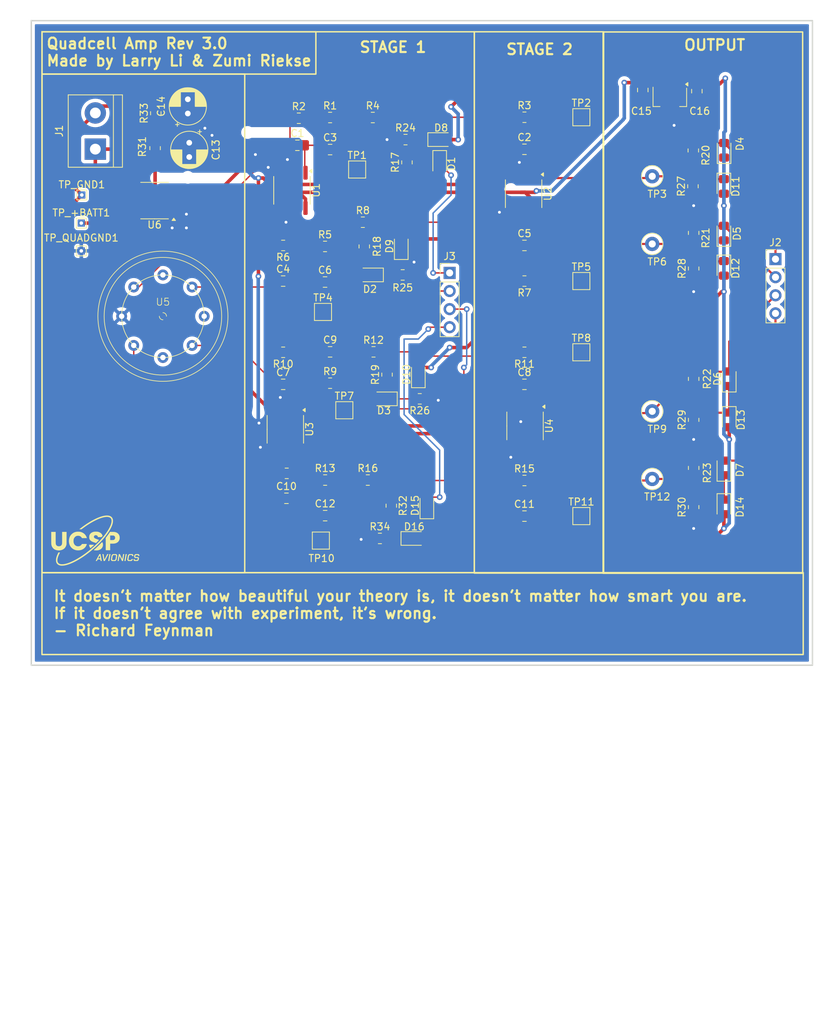
<source format=kicad_pcb>
(kicad_pcb (version 20240108) (generator "pcbnew") (generator_version "8.0")
  (layers (0 "F.Cu" signal) (31 "B.Cu" signal) (34 "B.Paste" user) (35 "F.Paste" user) (36 "B.SilkS" user "B.Silkscreen") (37 "F.SilkS" user "F.Silkscreen") (38 "B.Mask" user) (39 "F.Mask" user) (44 "Edge.Cuts" user))
  (net 0 "")
  (net 1 "/IN1")
  (net 2 "Net-(C3-Pad2)")
  (net 3 "/IN2")
  (net 4 "/IN3")
  (net 5 "/IN4")
  (net 6 "/STAGE1_OUT1")
  (net 7 "/STAGE2_OUT1")
  (net 8 "/STAGE2_OUT2")
  (net 9 "/STAGE1_OUT2")
  (net 10 "/STAGE1_OUT3")
  (net 11 "/STAGE2_OUT3")
  (net 12 "/STAGE2_OUT4")
  (net 13 "/STAGE1_OUT4")
  (net 14 "Net-(C6-Pad2)")
  (net 15 "VCC")
  (net 16 "GND")
  (net 17 "QUAD_GND")
  (net 18 "/FOUT4")
  (net 19 "Net-(D1-K)")
  (net 20 "Net-(D2-K)")
  (net 21 "Net-(C12-Pad2)")
  (net 22 "/FOUT2")
  (net 23 "/FOUT3")
  (net 24 "/MOUT1")
  (net 25 "/MOUT2")
  (net 26 "/FOUT1")
  (net 27 "Net-(D10-K)")
  (net 31 "+3V3")
  (net 32 "/MOUT3")
  (net 33 "Net-(D11-K)")
  (net 34 "Net-(D12-K)")
  (net 35 "Net-(D13-K)")
  (net 36 "Net-(D14-K)")
  (net 37 "Net-(D15-K)")
  (net 38 "/MOUT4")
  (net 39 "Net-(C9-Pad2)")
  (net 40 "Net-(C1-Pad2)")
  (net 41 "Net-(C4-Pad2)")
  (net 42 "Net-(C7-Pad2)")
  (net 43 "Net-(C10-Pad2)")
  (net 44 "Net-(U6A-+)")
  (footprint "Resistor_SMD:R_0805_2012Metric_Pad1.20x1.40mm_HandSolder" (layer "F.Cu") (at 177.05 57.725 -90)
    (property "Reference" "R20")
    (property "Value" "1 kΩ")
  )
  (footprint "TestPoint:TestPoint_Pad_2.0x2.0mm" (layer "F.Cu") (at 161.315 53.0625)
    (property "Reference" "TP2")
    (property "Value" "TestPoint")
  )
  (footprint "Diode_SMD:D_0805_2012Metric_Pad1.15x1.40mm_HandSolder" (layer "F.Cu") (at 181.35 102.3 90)
    (property "Reference" "D7")
    (property "Value" "~")
  )
  (footprint "Resistor_SMD:R_0805_2012Metric_Pad1.20x1.40mm_HandSolder" (layer "F.Cu") (at 126 90.4)
    (property "Reference" "R9")
    (property "Value" "68.1 kΩ")
  )
  (footprint "TestPoint:TestPoint_Pad_2.0x2.0mm" (layer "F.Cu") (at 125 80.4)
    (property "Reference" "TP4")
    (property "Value" "TestPoint")
  )
  (footprint "Diode_SMD:D_0805_2012Metric_Pad1.15x1.40mm_HandSolder" (layer "F.Cu") (at 133.575 92.6 180)
    (property "Reference" "D3")
    (property "Value" "~")
  )
  (footprint "Capacitor_SMD:C_0805_2012Metric_Pad1.18x1.45mm_HandSolder" (layer "F.Cu") (at 153.315 57.5625)
    (property "Reference" "C2")
    (property "Value" "3 pf")
  )
  (footprint "Diode_SMD:D_0805_2012Metric_Pad1.15x1.40mm_HandSolder" (layer "F.Cu") (at 181.35 107.775 -90)
    (property "Reference" "D14")
    (property "Value" "~")
  )
  (footprint "Capacitor_SMD:C_0805_2012Metric_Pad1.18x1.45mm_HandSolder" (layer "F.Cu") (at 121.4 57)
    (property "Reference" "C1")
    (property "Value" "5 pf")
  )
  (footprint "Resistor_SMD:R_0805_2012Metric_Pad1.20x1.40mm_HandSolder" (layer "F.Cu") (at 130.8 71.2 90)
    (property "Reference" "R18")
    (property "Value" "1 kΩ")
  )
  (footprint "Capacitor_SMD:C_0805_2012Metric_Pad1.18x1.45mm_HandSolder" (layer "F.Cu") (at 153.315 71.0625)
    (property "Reference" "C5")
    (property "Value" "3 pf")
  )
  (footprint "OSI:InGaAS-Q1000" (layer "F.Cu") (at 102.5 81)
    (property "Reference" "U5")
    (property "Value" "~")
  )
  (footprint "TestPoint:TestPoint_Loop_D2.50mm_Drill1.0mm" (layer "F.Cu") (at 171.275 103.85)
    (property "Reference" "TP12")
    (property "Value" "OUTPUT")
  )
  (footprint "Connector_PinHeader_2.54mm:PinHeader_1x04_P2.54mm_Vertical" (layer "F.Cu") (at 142.8 74.92)
    (property "Reference" "J3")
    (property "Value" "Conn_01x04_Pin")
  )
  (footprint "Resistor_SMD:R_0805_2012Metric_Pad1.20x1.40mm_HandSolder" (layer "F.Cu") (at 119.4 71.0625 180)
    (property "Reference" "R6")
    (property "Value" "100 MΩ")
  )
  (footprint "Resistor_SMD:R_0805_2012Metric_Pad1.20x1.40mm_HandSolder" (layer "F.Cu") (at 134 89.2 90)
    (property "Reference" "R19")
    (property "Value" "1 kΩ")
  )
  (footprint "Capacitor_THT:CP_Radial_D5.0mm_P2.00mm" (layer "F.Cu") (at 106 52.5375 90)
    (property "Reference" "C14")
    (property "Value" "220µF")
  )
  (footprint "Diode_SMD:D_0805_2012Metric_Pad1.15x1.40mm_HandSolder" (layer "F.Cu") (at 182.1 95.55 -90)
    (property "Reference" "D13")
    (property "Value" "~")
  )
  (footprint "Resistor_SMD:R_0805_2012Metric_Pad1.20x1.40mm_HandSolder" (layer "F.Cu") (at 153.315 53.0625)
    (property "Reference" "R3")
    (property "Value" "15 MΩ")
  )
  (footprint "Resistor_SMD:R_0805_2012Metric_Pad1.20x1.40mm_HandSolder" (layer "F.Cu") (at 153.315 76.0625 180)
    (property "Reference" "R7")
    (property "Value" "15 MΩ")
  )
  (footprint "Resistor_SMD:R_0805_2012Metric_Pad1.20x1.40mm_HandSolder" (layer "F.Cu") (at 132.1 86)
    (property "Reference" "R12")
    (property "Value" "38.1 kΩ")
  )
  (footprint "TestPoint:TestPoint_Loop_D2.50mm_Drill1.0mm" (layer "F.Cu") (at 171.275 94.35)
    (property "Reference" "TP9")
    (property "Value" "OUTPUT")
  )
  (footprint "Resistor_SMD:R_0805_2012Metric_Pad1.20x1.40mm_HandSolder" (layer "F.Cu") (at 153.315 86.0625 180)
    (property "Reference" "R11")
    (property "Value" "15 MΩ")
  )
  (footprint "Capacitor_SMD:C_0805_2012Metric_Pad1.18x1.45mm_HandSolder" (layer "F.Cu") (at 126 57.6)
    (property "Reference" "C3")
    (property "Value" "330 pf")
  )
  (footprint "TerminalBlock:TerminalBlock_bornier-2_P5.08mm" (layer "F.Cu") (at 93 57.54 90)
    (property "Reference" "J1")
    (property "Value" "Screw_Terminal_01x02")
  )
  (footprint "Package_TO_SOT_SMD:SOT-89-3" (layer "F.Cu") (at 173.75 50.2 -90)
    (property "Reference" "U6" (hide yes))
    (property "Value" "L78L33_SOT89")
  )
  (footprint "Package_SO:SOIC-8_3.9x4.9mm_P1.27mm" (layer "F.Cu") (at 153.2 63.8 -90)
    (property "Reference" "U2")
    (property "Value" "LM2904")
  )
  (footprint "Capacitor_SMD:C_0805_2012Metric_Pad1.18x1.45mm_HandSolder" (layer "F.Cu") (at 177.55 49.4 -90)
    (property "Reference" "C16")
    (property "Value" "0.1u")
  )
  (footprint "Capacitor_SMD:C_0805_2012Metric_Pad1.18x1.45mm_HandSolder" (layer "F.Cu") (at 169.95 49.2375 -90)
    (property "Reference" "C15")
    (property "Value" "0.33u")
  )
  (footprint "TestPoint:TestPoint_THTPad_1.0x1.0mm_Drill0.5mm" (layer "F.Cu") (at 91.025 71.825)
    (property "Reference" "TP_QUADGND1")
    (property "Value" "TestPoint")
  )
  (footprint "Resistor_SMD:R_0805_2012Metric_Pad1.20x1.40mm_HandSolder" (layer "F.Cu") (at 133 112.2)
    (property "Reference" "R34")
    (property "Value" "40 Ω")
  )
  (footprint "Resistor_SMD:R_0805_2012Metric_Pad1.20x1.40mm_HandSolder" (layer "F.Cu") (at 131.3 104)
    (property "Reference" "R16")
    (property "Value" "38.1 kΩ")
  )
  (footprint "Resistor_SMD:R_0805_2012Metric_Pad1.20x1.40mm_HandSolder" (layer "F.Cu") (at 125.2875 71.2)
    (property "Reference" "R5")
    (property "Value" "68.1 kΩ")
  )
  (footprint "Diode_SMD:D_0805_2012Metric_Pad1.15x1.40mm_HandSolder" (layer "F.Cu") (at 136 71.175 90)
    (property "Reference" "D9")
    (property "Value" "~")
  )
  (footprint "Package_SO:SOIC-8_3.9x4.9mm_P1.27mm" (layer "F.Cu") (at 120.635 63.325 -90)
    (property "Reference" "U1")
    (property "Value" "LM2904")
  )
  (footprint "Package_SO:SOIC-8_3.9x4.9mm_P1.27mm" (layer "F.Cu") (at 119.705 96.875 -90)
    (property "Reference" "U3")
    (property "Value" "LM2904")
  )
  (footprint "Resistor_SMD:R_0805_2012Metric_Pad1.20x1.40mm_HandSolder" (layer "F.Cu") (at 130.6 67.8)
    (property "Reference" "R8")
    (property "Value" "38.1 kΩ")
  )
  (footprint "Capacitor_SMD:C_0805_2012Metric_Pad1.18x1.45mm_HandSolder" (layer "F.Cu") (at 119.4 76.0625)
    (property "Reference" "C4")
    (property "Value" "5 pf")
  )
  (footprint "Resistor_SMD:R_0805_2012Metric_Pad1.20x1.40mm_HandSolder" (layer "F.Cu") (at 119.4 86.0625 180)
    (property "Reference" "R10")
    (property "Value" "100 MΩ")
  )
  (footprint "Resistor_SMD:R_0805_2012Metric_Pad1.20x1.40mm_HandSolder" (layer "F.Cu") (at 177.1 107.8 90)
    (property "Reference" "R30")
    (property "Value" "40 Ω")
  )
  (footprint "Diode_SMD:D_0805_2012Metric_Pad1.15x1.40mm_HandSolder" (layer "F.Cu") (at 181.35 74.275 -90)
    (property "Reference" "D12")
    (property "Value" "~")
  )
  (footprint "Resistor_SMD:R_0805_2012Metric_Pad1.20x1.40mm_HandSolder" (layer "F.Cu") (at 134.6 107.6 -90)
    (property "Reference" "R32")
    (property "Value" "1 kΩ")
  )
  (footprint "Package_SO:SOIC-8_3.9x4.9mm_P1.27mm" (layer "F.Cu") (at 153.4 96.4 -90)
    (property "Reference" "U4")
    (property "Value" "LM2904")
  )
  (footprint "Package_SO:SOIC-8_3.9x4.9mm_P1.27mm" (layer "F.Cu") (at 101.325 64.765 180)
    (property "Reference" "U6")
    (property "Value" "LM2904")
  )
  (footprint "TestPoint:TestPoint_Pad_2.0x2.0mm" (layer "F.Cu") (at 129.8 60.4)
    (property "Reference" "TP1")
    (property "Value" "TestPoint")
  )
  (footprint "Resistor_SMD:R_0805_2012Metric_Pad1.20x1.40mm_HandSolder" (layer "F.Cu") (at 177.1 69.3 -90)
    (property "Reference" "R21")
    (property "Value" "1 kΩ")
  )
  (footprint "Resistor_SMD:R_0805_2012Metric_Pad1.20x1.40mm_HandSolder" (layer "F.Cu") (at 177 62.75 90)
    (property "Reference" "R27")
    (property "Value" "40 Ω")
  )
  (footprint "Diode_SMD:D_0805_2012Metric_Pad1.15x1.40mm_HandSolder" (layer "F.Cu") (at 181.35 62.775 -90)
    (property "Reference" "D11")
    (property "Value" "~")
  )
  (footprint "UCSP:UCSP_avionics_logo" (layer "F.Cu") (at 91.773233 112.533538)
    (property "Reference" "G***" (hide yes))
    (property "Value" "LOGO" (hide yes))
  )
  (footprint "Resistor_SMD:R_0805_2012Metric_Pad1.20x1.40mm_HandSolder" (layer "F.Cu") (at 177.1 74.3 90)
    (property "Reference" "R28")
    (property "Value" "40 Ω")
  )
  (footprint "Capacitor_SMD:C_0805_2012Metric_Pad1.18x1.45mm_HandSolder" (layer "F.Cu") (at 153.315 90.5625)
    (property "Reference" "C8")
    (property "Value" "3 pf")
  )
  (footprint "Diode_SMD:D_0805_2012Metric_Pad1.15x1.40mm_HandSolder" (layer "F.Cu") (at 137.825 112.2)
    (property "Reference" "D16")
    (property "Value" "~")
  )
  (footprint "Diode_SMD:D_0805_2012Metric_Pad1.15x1.40mm_HandSolder" (layer "F.Cu") (at 138.4 89.175 90)
    (property "Reference" "D10")
    (property "Value" "~")
  )
  (footprint "TestPoint:TestPoint_Pad_2.0x2.0mm" (layer "F.Cu") (at 128 94.2)
    (property "Reference" "TP7")
    (property "Value" "TestPoint")
  )
  (footprint "Resistor_SMD:R_0805_2012Metric_Pad1.20x1.40mm_HandSolder" (layer "F.Cu") (at 126 53.1)
    (property "Reference" "R1")
    (property "Value" "68.1k")
  )
  (footprint "TestPoint:TestPoint_THTPad_1.0x1.0mm_Drill0.5mm" (layer "F.Cu") (at 91.025 67.925)
    (property "Reference" "TP_+BATT1")
    (property "Value" "TestPoint")
  )
  (footprint "TestPoint:TestPoint_Pad_2.0x2.0mm" (layer "F.Cu") (at 124.7 112.5)
    (property "Reference" "TP10")
    (property "Value" "TestPoint")
  )
  (footprint "TestPoint:TestPoint_Pad_2.0x2.0mm" (layer "F.Cu") (at 161.315 76.0625)
    (property "Reference" "TP5")
    (property "Value" "TestPoint")
  )
  (footprint "Resistor_SMD:R_0805_2012Metric_Pad1.20x1.40mm_HandSolder" (layer "F.Cu") (at 177.1 102.3 -90)
    (property "Reference" "R23")
    (property "Value" "1 kΩ")
  )
  (footprint "TestPoint:TestPoint_THTPad_1.0x1.0mm_Drill0.5mm" (layer "F.Cu") (at 91.1 63.975)
    (property "Reference" "TP_GND1")
    (property "Value" "TestPoint")
  )
  (footprint "Diode_SMD:D_0805_2012Metric_Pad1.15x1.40mm_HandSolder" (layer "F.Cu") (at 141.6 56.2)
    (property "Reference" "D8")
    (property "Value" "~")
  )
  (footprint "Capacitor_SMD:C_0805_2012Metric_Pad1.18x1.45mm_HandSolder" (layer "F.Cu") (at 125.3 109)
    (property "Reference" "C12")
    (property "Value" "330 pf")
  )
  (footprint "TestPoint:TestPoint_Loop_D2.50mm_Drill1.0mm" (layer "F.Cu") (at 171.275 61.35)
    (property "Reference" "TP3")
    (property "Value" "OUTPUT")
  )
  (footprint "Capacitor_SMD:C_0805_2012Metric_Pad1.18x1.45mm_HandSolder" (layer "F.Cu") (at 153.315 109.0625)
    (property "Reference" "C11")
    (property "Value" "3 pf")
  )
  (footprint "Capacitor_SMD:C_0805_2012Metric_Pad1.18x1.45mm_HandSolder" (layer "F.Cu") (at 126 86)
    (property "Reference" "C9")
    (property "Value" "330 pf")
  )
  (footprint "Resistor_SMD:R_0805_2012Metric_Pad1.20x1.40mm_HandSolder" (layer "F.Cu") (at 119.9 103.0625)
    (property "Reference" "R14" (hide yes))
    (property "Value" "100 MΩ")
  )
  (footprint "TestPoint:TestPoint_Loop_D2.50mm_Drill1.0mm" (layer "F.Cu") (at 171.275 70.85)
    (property "Reference" "TP6")
    (property "Value" "OUTPUT")
  )
  (footprint "Resistor_SMD:R_0805_2012Metric_Pad1.20x1.40mm_HandSolder" (layer "F.Cu") (at 138.6 92.6 180)
    (property "Reference" "R26")
    (property "Value" "40 Ω")
  )
  (footprint "Resistor_SMD:R_0805_2012Metric_Pad1.20x1.40mm_HandSolder" (layer "F.Cu") (at 136.6 56.2)
    (property "Reference" "R24")
    (property "Value" "40 Ω")
  )
  (footprint "Diode_SMD:D_0805_2012Metric_Pad1.15x1.40mm_HandSolder" (layer "F.Cu") (at 141.4 59.6 -90)
    (property "Reference" "D1")
    (property "Value" "~")
  )
  (footprint "Resistor_SMD:R_0805_2012Metric_Pad1.20x1.40mm_HandSolder" (layer "F.Cu") (at 125.3 104)
    (property "Reference" "R13")
    (property "Value" "68.1 kΩ")
  )
  (footprint "TestPoint:TestPoint_Pad_2.0x2.0mm" (layer "F.Cu") (at 161.315 109.0625)
    (property "Reference" "TP11")
    (property "Value" "TestPoint")
  )
  (footprint "Capacitor_SMD:C_0805_2012Metric_Pad1.18x1.45mm_HandSolder" (layer "F.Cu") (at 119.4 90.5625)
    (property "Reference" "C7")
    (property "Value" "5 pf")
  )
  (footprint "Diode_SMD:D_0805_2012Metric_Pad1.15x1.40mm_HandSolder" (layer "F.Cu") (at 182.1 89.775 90)
    (property "Reference" "D6")
    (property "Value" "~")
  )
  (footprint "Diode_SMD:D_0805_2012Metric_Pad1.15x1.40mm_HandSolder" (layer "F.Cu") (at 139.6 107.575 90)
    (property "Reference" "D15")
    (property "Value" "~")
  )
  (footprint "Resistor_SMD:R_0805_2012Metric_Pad1.20x1.40mm_HandSolder" (layer "F.Cu") (at 177.1 95.55 90)
    (property "Reference" "R29")
    (property "Value" "40 Ω")
  )
  (footprint "Resistor_SMD:R_0805_2012Metric_Pad1.20x1.40mm_HandSolder" (layer "F.Cu") (at 136.8 59.4 90)
    (property "Reference" "R17")
    (property "Value" "1 kΩ")
  )
  (footprint "Resistor_SMD:R_0805_2012Metric_Pad1.20x1.40mm_HandSolder" (layer "F.Cu") (at 121.6 53.2)
    (property "Reference" "R2")
    (property "Value" "100 MΩ")
  )
  (footprint "Diode_SMD:D_0805_2012Metric_Pad1.15x1.40mm_HandSolder" (layer "F.Cu") (at 181.375 57.7 90)
    (property "Reference" "D4")
    (property "Value" "~")
  )
  (footprint "Resistor_SMD:R_0805_2012Metric_Pad1.20x1.40mm_HandSolder" (layer "F.Cu") (at 153.315 104.0625)
    (property "Reference" "R15")
    (property "Value" "15 MΩ")
  )
  (footprint "Capacitor_THT:CP_Radial_D5.0mm_P2.00mm" (layer "F.Cu") (at 106.2 56.644888 -90)
    (property "Reference" "C13")
    (property "Value" "220µF")
  )
  (footprint "TestPoint:TestPoint_Pad_2.0x2.0mm" (layer "F.Cu") (at 161.315 86.0625)
    (property "Reference" "TP8")
    (property "Value" "TestPoint")
  )
  (footprint "Capacitor_SMD:C_0805_2012Metric_Pad1.18x1.45mm_HandSolder" (layer "F.Cu") (at 119.8625 106.5625)
    (property "Reference" "C10")
    (property "Value" "5 pf")
  )
  (footprint "Connector_PinHeader_2.54mm:PinHeader_1x04_P2.54mm_Vertical" (layer "F.Cu") (at 188.6 72.98)
    (property "Reference" "J2")
    (property "Value" "Conn_01x04_Pin")
  )
  (footprint "Resistor_SMD:R_0805_2012Metric_Pad1.20x1.40mm_HandSolder" (layer "F.Cu") (at 101.5 52.5 90)
    (property "Reference" "R33")
    (property "Value" "4.7k")
  )
  (footprint "Resistor_SMD:R_0805_2012Metric_Pad1.20x1.40mm_HandSolder" (layer "F.Cu") (at 136.2 75.2 180)
    (property "Reference" "R25")
    (property "Value" "40 Ω")
  )
  (footprint "Diode_SMD:D_0805_2012Metric_Pad1.15x1.40mm_HandSolder" (layer "F.Cu") (at 131.625 75.2 180)
    (property "Reference" "D2")
    (property "Value" "~")
  )
  (footprint "Resistor_SMD:R_0805_2012Metric_Pad1.20x1.40mm_HandSolder" (layer "F.Cu") (at 132 53.1)
    (property "Reference" "R4")
    (property "Value" "38.1 kΩ")
  )
  (footprint "Capacitor_SMD:C_0805_2012Metric_Pad1.18x1.45mm_HandSolder" (layer "F.Cu") (at 125.2875 76.2)
    (property "Reference" "C6")
    (property "Value" "330 pf")
  )
  (footprint "Resistor_SMD:R_0805_2012Metric_Pad1.20x1.40mm_HandSolder" (layer "F.Cu") (at 101.4 57.4 -90)
    (property "Reference" "R31")
    (property "Value" "4.7k")
  )
  (footprint "Resistor_SMD:R_0805_2012Metric_Pad1.20x1.40mm_HandSolder" (layer "F.Cu") (at 177.1 89.8 -90)
    (property "Reference" "R22")
    (property "Value" "1 kΩ")
  )
  (footprint "Diode_SMD:D_0805_2012Metric_Pad1.15x1.40mm_HandSolder" (layer "F.Cu") (at 181.35 69.325 90)
    (property "Reference" "D5")
    (property "Value" "~")
  )
  (gr_rect (start 164.369693 41.088277) (end 192.419693 117.088277) (stroke (width 0.2)) (fill none) (layer "F.SilkS"))
  (gr_rect (start 85.5 41.0625) (end 124 47) (stroke (width 0.2)) (fill none) (layer "F.SilkS"))
  (gr_rect (start 85.5 47) (end 114 117) (stroke (width 0.2)) (fill none) (layer "F.SilkS"))
  (gr_rect (start 146.275 41.0625) (end 164.45 117.0625) (stroke (width 0.2)) (fill none) (layer "F.SilkS"))
  (gr_rect (start 85.5 117) (end 192.5 128.5) (stroke (width 0.2)) (fill none) (layer "F.SilkS"))
  (gr_rect (start 85.5 41.0625) (end 146.275 117) (stroke (width 0.2)) (fill none) (layer "F.SilkS"))
  (gr_rect (start 84 39.5) (end 193.8 130) (stroke (width 0.2)) (fill none) (layer "Edge.Cuts"))
  (gr_text "OUTPUT\n" (at 175.6 43.8 0) (layer "F.SilkS") (effects (font (size 1.5 1.5) (thickness 0.3) (bold yes)) (justify left bottom)))
  (gr_text "It doesn't matter how beautiful your theory is, it doesn't matter how smart you are.\nIf it doesn't agree with experiment, it's wrong.\n- Richard Feynman" (at 87 126 0) (layer "F.SilkS") (effects (font (size 1.5 1.5) (thickness 0.3) (bold yes)) (justify left bottom)))
  (gr_text "STAGE 1" (at 130 44.1 0) (layer "F.SilkS") (effects (font (size 1.5 1.5) (thickness 0.3) (bold yes)) (justify left bottom)))
  (gr_text "Quadcell Amp Rev 3.0\nMade by Larry Li & Zumi Riekse" (at 86 46 0) (layer "F.SilkS") (effects (font (size 1.5 1.5) (thickness 0.3) (bold yes)) (justify left bottom)))
  (gr_text "STAGE 2" (at 150.6 44.4 0) (layer "F.SilkS") (effects (font (size 1.5 1.5) (thickness 0.3) (bold yes)) (justify left bottom)))
  (segment (start 120.3625 57) (end 120.3625 53.4375) (width 0.2) (layer "F.Cu") (net 1))
  (segment (start 121.27 60.85) (end 121.27 57.9075) (width 0.2) (layer "F.Cu") (net 1))
  (segment (start 120.3625 53.4375) (end 120.6 53.2) (width 0.2) (layer "F.Cu") (net 1))
  (segment (start 119 57) (end 120.3625 57) (width 0.2) (layer "F.Cu") (net 1))
  (segment (start 98.398781 76.898781) (end 99.101219 76.898781) (width 0.2) (layer "F.Cu") (net 1))
  (segment (start 121.27 57.9075) (end 120.3625 57) (width 0.2) (layer "F.Cu") (net 1))
  (segment (start 99.101219 76.898781) (end 119 57) (width 0.2) (layer "F.Cu") (net 1))
  (segment (start 127.0375 58.0625) (end 126.9 58.2) (width 0.2) (layer "F.Cu") (net 2))
  (segment (start 126.9125 57.55) (end 126.8625 57.6) (width 0.2) (layer "F.Cu") (net 2))
  (segment (start 126.9125 53.1) (end 126.9125 57.55) (width 0.2) (layer "F.Cu") (net 2))
  (segment (start 127.0375 57.6) (end 127.0375 58.0625) (width 0.2) (layer "F.Cu") (net 2))
  (segment (start 131.0875 53.1) (end 126.9125 53.1) (width 0.2) (layer "F.Cu") (net 2))
  (segment (start 118.4 71.0625) (end 118.4 66.13) (width 0.2) (layer "F.Cu") (net 3))
  (segment (start 106.601219 76.898781) (end 117.498781 76.898781) (width 0.2) (layer "F.Cu") (net 3))
  (segment (start 106.698781 76.898781) (end 106.8 77) (width 0.2) (layer "F.Cu") (net 3))
  (segment (start 118.4 66.13) (end 118.73 65.8) (width 0.2) (layer "F.Cu") (net 3))
  (segment (start 106.601219 76.898781) (end 106.698781 76.898781) (width 0.2) (layer "F.Cu") (net 3))
  (segment (start 118.5375 76.0625) (end 118.5375 71.8) (width 0.2) (layer "F.Cu") (net 3))
  (segment (start 118.335062 76.0625) (end 118.3625 76.0625) (width 0.2) (layer "F.Cu") (net 3))
  (segment (start 117.498781 76.898781) (end 118.335062 76.0625) (width 0.2) (layer "F.Cu") (net 3))
  (segment (start 117.85 89.875) (end 117.85 86.0625) (width 0.2) (layer "F.Cu") (net 4))
  (segment (start 106.601219 85.101219) (end 112.901219 85.101219) (width 0.2) (layer "F.Cu") (net 4))
  (segment (start 120.34 92.365) (end 117.85 89.875) (width 0.2) (layer "F.Cu") (net 4))
  (segment (start 112.901219 85.101219) (end 118.3625 90.5625) (width 0.2) (layer "F.Cu") (net 4))
  (segment (start 120.34 94.4) (end 120.34 92.365) (width 0.2) (layer "F.Cu") (net 4))
  (segment (start 118.9 103.0625) (end 118.9 99.52) (width 0.2) (layer "F.Cu") (net 5))
  (segment (start 118.9 99.52) (end 119.07 99.35) (width 0.2) (layer "F.Cu") (net 5))
  (segment (start 118.765 102.9275) (end 118.9 103.0625) (width 0.2) (layer "F.Cu") (net 5))
  (segment (start 98.398781 85.101219) (end 98.398781 86.861281) (width 0.2) (layer "F.Cu") (net 5))
  (segment (start 118.9 103.0625) (end 114.6 103.0625) (width 0.2) (layer "F.Cu") (net 5))
  (segment (start 98.398781 86.861281) (end 114.6 103.0625) (width 0.2) (layer "F.Cu") (net 5))
  (segment (start 118.825 103.1375) (end 118.9 103.0625) (width 0.2) (layer "F.Cu") (net 5))
  (segment (start 118.825 106.5625) (end 118.825 103.1375) (width 0.2) (layer "F.Cu") (net 5))
  (segment (start 153.835 59.12) (end 152.2775 57.5625) (width 0.2) (layer "F.Cu") (net 6))
  (segment (start 137.7625 53.1) (end 137.8 53.0625) (width 0.2) (layer "F.Cu") (net 6))
  (segment (start 153.835 61.325) (end 153.835 59.12) (width 0.2) (layer "F.Cu") (net 6))
  (segment (start 153.275 51.0625) (end 159.315 51.0625) (width 0.2) (layer "F.Cu") (net 6))
  (segment (start 152.4025 53.0625) (end 137.8 53.0625) (width 0.2) (layer "F.Cu") (net 6))
  (segment (start 133 53.1) (end 133 58.2) (width 0.2) (layer "F.Cu") (net 6))
  (segment (start 152.4525 57.74) (end 152.4525 57.5625) (width 0.2) (layer "F.Cu") (net 6))
  (segment (start 133 53.1) (end 137.7625 53.1) (width 0.2) (layer "F.Cu") (net 6))
  (segment (start 152.4025 57.5125) (end 152.4025 53.0625) (width 0.2) (layer "F.Cu") (net 6))
  (segment (start 152.315 53.0625) (end 152.315 52.0225) (width 0.2) (layer "F.Cu") (net 6))
  (segment (start 152.4525 57.5625) (end 152.4025 57.5125) (width 0.2) (layer "F.Cu") (net 6))
  (segment (start 152.315 52.0225) (end 153.275 51.0625) (width 0.2) (layer "F.Cu") (net 6))
  (segment (start 159.315 51.0625) (end 161.315 53.0625) (width 0.2) (layer "F.Cu") (net 6))
  (segment (start 133 58.2) (end 133.2 58.4) (width 0.2) (layer "F.Cu") (net 6))
  (segment (start 133.2 58.4) (end 136.8 58.4) (width 0.2) (layer "F.Cu") (net 6))
  (segment (start 174.425 61.35) (end 177.05 58.725) (width 0.3) (layer "F.Cu") (net 7))
  (segment (start 155.105 61.325) (end 155.105 58.315) (width 0.2) (layer "F.Cu") (net 7))
  (segment (start 155.22 61.5987) (end 171.0263 61.5987) (width 0.3) (layer "F.Cu") (net 7))
  (segment (start 155.105 58.315) (end 154.3525 57.5625) (width 0.2) (layer "F.Cu") (net 7))
  (segment (start 154.2275 53.0625) (end 154.2275 57.5125) (width 0.2) (layer "F.Cu") (net 7))
  (segment (start 171.2263 61.3987) (end 171.275 61.35) (width 0.2) (layer "F.Cu") (net 7))
  (segment (start 154.2275 57.5125) (end 154.1775 57.5625) (width 0.2) (layer "F.Cu") (net 7))
  (segment (start 171.275 61.35) (end 174.425 61.35) (width 0.3) (layer "F.Cu") (net 7))
  (segment (start 154.1775 57.5625) (end 154.1775 57.965) (width 0.2) (layer "F.Cu") (net 7))
  (segment (start 171.0263 61.5987) (end 171.275 61.35) (width 0.3) (layer "F.Cu") (net 7))
  (segment (start 176.55 70.85) (end 177.1 70.3) (width 0.3) (layer "F.Cu") (net 8))
  (segment (start 153.95 66.5263) (end 153.95 70.835) (width 0.2) (layer "F.Cu") (net 8))
  (segment (start 154.1775 71.0625) (end 154.1775 76.0125) (width 0.2) (layer "F.Cu") (net 8))
  (segment (start 171.275 70.85) (end 154.565 70.85) (width 0.3) (layer "F.Cu") (net 8))
  (segment (start 171.2625 70.8625) (end 171.275 70.85) (width 0.2) (layer "F.Cu") (net 8))
  (segment (start 154.565 70.85) (end 154.3525 71.0625) (width 0.3) (layer "F.Cu") (net 8))
  (segment (start 153.95 70.835) (end 154.1775 71.0625) (width 0.2) (layer "F.Cu") (net 8))
  (segment (start 171.275 70.85) (end 176.55 70.85) (width 0.3) (layer "F.Cu") (net 8))
  (segment (start 154.1775 76.0125) (end 154.2275 76.0625) (width 0.2) (layer "F.Cu") (net 8))
  (segment (start 130.8 68.6) (end 131.6 67.8) (width 0.2) (layer "F.Cu") (net 9))
  (segment (start 152.68 66.5263) (end 152.68 70.835) (width 0.2) (layer "F.Cu") (net 9))
  (segment (start 152.315 76.6025) (end 153.775 78.0625) (width 0.2) (layer "F.Cu") (net 9))
  (segment (start 159.315 78.0625) (end 161.315 76.0625) (width 0.2) (layer "F.Cu") (net 9))
  (segment (start 152.4525 76.0125) (end 152.4025 76.0625) (width 0.2) (layer "F.Cu") (net 9))
  (segment (start 130.8 70.2) (end 130.8 68.6) (width 0.2) (layer "F.Cu") (net 9))
  (segment (start 131.6 67.8) (end 148.4 67.8) (width 0.2) (layer "F.Cu") (net 9))
  (segment (start 152.68 70.835) (end 152.4525 71.0625) (width 0.2) (layer "F.Cu") (net 9))
  (segment (start 152.315 76.0625) (end 152.315 76.6025) (width 0.2) (layer "F.Cu") (net 9))
  (segment (start 153.775 78.0625) (end 159.315 78.0625) (width 0.2) (layer "F.Cu") (net 9))
  (segment (start 152.4525 71.0625) (end 152.4525 76.0125) (width 0.2) (layer "F.Cu") (net 9))
  (segment (start 151.6625 71.0625) (end 152.2775 71.0625) (width 0.2) (layer "F.Cu") (net 9))
  (segment (start 148.4 67.8) (end 151.6625 71.0625) (width 0.2) (layer "F.Cu") (net 9))
  (segment (start 137.3375 86) (end 133.1 86) (width 0.2) (layer "F.Cu") (net 10))
  (segment (start 152.315 85.5225) (end 153.775 84.0625) (width 0.2) (layer "F.Cu") (net 10))
  (segment (start 153.65625 91.94375) (end 152.4525 90.74) (width 0.2) (layer "F.Cu") (net 10))
  (segment (start 152.4525 90.74) (end 152.4525 90.5625) (width 0.2) (layer "F.Cu") (net 10))
  (segment (start 153.775 84.0625) (end 159.315 84.0625) (width 0.2) (layer "F.Cu") (net 10))
  (segment (start 154.045 92.3325) (end 153.65625 91.94375) (width 0.2) (layer "F.Cu") (net 10))
  (segment (start 152.4025 86.6) (end 137.9375 86.6) (width 0.2) (layer "F.Cu") (net 10))
  (segment (start 134 86.9) (end 133.1 86) (width 0.2) (layer "F.Cu") (net 10))
  (segment (start 154.035 92.3225) (end 153.65625 91.94375) (width 0.2) (layer "F.Cu") (net 10))
  (segment (start 137.9375 86.6) (end 137.3375 86) (width 0.2) (layer "F.Cu") (net 10))
  (segment (start 134 88.2) (end 134 86.9) (width 0.2) (layer "F.Cu") (net 10))
  (segment (start 152.4525 90.5625) (end 152.4025 90.5125) (width 0.2) (layer "F.Cu") (net 10))
  (segment (start 152.315 86.0625) (end 152.315 85.5225) (width 0.2) (layer "F.Cu") (net 10))
  (segment (start 152.4025 90.5125) (end 152.4025 86.6) (width 0.2) (layer "F.Cu") (net 10))
  (segment (start 154.035 93.925) (end 154.035 92.3225) (width 0.2) (layer "F.Cu") (net 10))
  (segment (start 159.315 84.0625) (end 161.315 86.0625) (width 0.2) (layer "F.Cu") (net 10))
  (segment (start 155.305 92.1125) (end 155.305 93.925) (width 0.2) (layer "F.Cu") (net 11))
  (segment (start 154.2275 90.5125) (end 154.1775 90.5625) (width 0.2) (layer "F.Cu") (net 11))
  (segment (start 154.2275 86.0625) (end 154.2275 90.5125) (width 0.2) (layer "F.Cu") (net 11))
  (segment (start 154.1775 90.5625) (end 154.1775 90.965) (width 0.2) (layer "F.Cu") (net 11))
  (segment (start 155.315 94.5987) (end 171.0263 94.5987) (width 0.3) (layer "F.Cu") (net 11))
  (segment (start 171.275 94.35) (end 174.825 90.8) (width 0.3) (layer "F.Cu") (net 11))
  (segment (start 154.1775 90.965) (end 155.315 92.1025) (width 0.2) (layer "F.Cu") (net 11))
  (segment (start 171.0263 94.5987) (end 171.275 94.35) (width 0.3) (layer "F.Cu") (net 11))
  (segment (start 174.825 90.8) (end 177.1 90.8) (width 0.3) (layer "F.Cu") (net 11))
  (segment (start 155.315 92.1025) (end 155.305 92.1125) (width 0.2) (layer "F.Cu") (net 11))
  (segment (start 171.2263 94.3987) (end 171.275 94.35) (width 0.2) (layer "F.Cu") (net 11))
  (segment (start 171.2625 103.8625) (end 171.275 103.85) (width 0.2) (layer "F.Cu") (net 12))
  (segment (start 154.2275 109.0125) (end 154.1775 109.0625) (width 0.2) (layer "F.Cu") (net 12))
  (segment (start 174.55 103.85) (end 175.1 103.3) (width 0.3) (layer "F.Cu") (net 12))
  (segment (start 171.275 103.85) (end 174.55 103.85) (width 0.3) (layer "F.Cu") (net 12))
  (segment (start 154.2275 104.0625) (end 154.2275 109.0125) (width 0.2) (layer "F.Cu") (net 12))
  (segment (start 175.1 103.3) (end 177.1 103.3) (width 0.3) (layer "F.Cu") (net 12))
  (segment (start 154.045 99.5263) (end 154.045 103.88) (width 0.2) (layer "F.Cu") (net 12))
  (segment (start 154.315 104.0625) (end 171.0625 104.0625) (width 0.3) (layer "F.Cu") (net 12))
  (segment (start 171.0625 104.0625) (end 171.275 103.85) (width 0.3) (layer "F.Cu") (net 12))
  (segment (start 154.045 103.88) (end 154.2275 104.0625) (width 0.2) (layer "F.Cu") (net 12))
  (segment (start 152.4025 104.0625) (end 137.4 104.0625) (width 0.2) (layer "F.Cu") (net 13))
  (segment (start 152.2775 109.0625) (end 152.2775 110.065) (width 0.2) (layer "F.Cu") (net 13))
  (segment (start 152.2775 110.065) (end 153.275 111.0625) (width 0.2) (layer "F.Cu") (net 13))
  (segment (start 132.3 106.3) (end 132.3 104) (width 0.2) (layer "F.Cu") (net 13))
  (segment (start 159.315 111.0625) (end 161.315 109.0625) (width 0.2) (layer "F.Cu") (net 13))
  (segment (start 152.775 99.5263) (end 152.775 103.69) (width 0.2) (layer "F.Cu") (net 13))
  (segment (start 137.3375 104) (end 132.3 104) (width 0.2) (layer "F.Cu") (net 13))
  (segment (start 137.4 104.0625) (end 137.3375 104) (width 0.2) (layer "F.Cu") (net 13))
  (segment (start 134.6 108.6) (end 132.3 106.3) (width 0.2) (layer "F.Cu") (net 13))
  (segment (start 152.4525 104.1125) (end 152.4025 104.0625) (width 0.2) (layer "F.Cu") (net 13))
  (segment (start 152.4525 109.0625) (end 152.4525 104.1125) (width 0.2) (layer "F.Cu") (net 13))
  (segment (start 153.275 111.0625) (end 159.315 111.0625) (width 0.2) (layer "F.Cu") (net 13))
  (segment (start 152.775 103.69) (end 152.4025 104.0625) (width 0.2) (layer "F.Cu") (net 13))
  (segment (start 126.2875 71.2) (end 126.2875 71.1125) (width 0.2) (layer "F.Cu") (net 14))
  (segment (start 126.15 71.25) (end 126.2 71.2) (width 0.2) (layer "F.Cu") (net 14))
  (segment (start 126.15 76.2) (end 126.15 71.25) (width 0.2) (layer "F.Cu") (net 14))
  (segment (start 126.2875 71.1125) (end 129.6 67.8) (width 0.2) (layer "F.Cu") (net 14))
  (segment (start 169.95 48.2) (end 167.35 48.2) (width 0.5) (layer "F.Cu") (net 15))
  (segment (start 121.61 99.35) (end 121.61 98.375001) (width 0.5) (layer "F.Cu") (net 15))
  (segment (start 155 63.4) (end 154.8 63.6) (width 0.5) (layer "F.Cu") (net 15))
  (segment (start 120.082501 97.482501) (end 151.059815 97.482501) (width 0.5) (layer "F.Cu") (net 15))
  (segment (start 120.082501 97.482501) (end 119.6 97.482501) (width 0.5) (layer "F.Cu") (net 15))
  (segment (start 105.955112 56.4) (end 106.2 56.644888) (width 0.5) (layer "F.Cu") (net 15))
  (segment (start 100.26 57.54) (end 101.4 56.4) (width 0.5) (layer "F.Cu") (net 15))
  (segment (start 106.2 56.644888) (end 106.355112 56.644888) (width 0.5) (layer "F.Cu") (net 15))
  (segment (start 155.105 65.300001) (end 153.404999 63.6) (width 0.5) (layer "F.Cu") (net 15))
  (segment (start 115.9263 61.5987) (end 115.925 61.6) (width 0.5) (layer "F.Cu") (net 15))
  (segment (start 151.092316 97.45) (end 154.437684 97.45) (width 0.5) (layer "F.Cu") (net 15))
  (segment (start 116 96) (end 116 96.2) (width 0.5) (layer "F.Cu") (net 15))
  (segment (start 93 67.2) (end 93.53 66.67) (width 0.5) (layer "F.Cu") (net 15))
  (segment (start 93 57.54) (end 100.26 57.54) (width 0.5) (layer "F.Cu") (net 15))
  (segment (start 155.105 66.275) (end 155.105 65.300001) (width 0.5) (layer "F.Cu") (net 15))
  (segment (start 93.53 66.67) (end 98.85 66.67) (width 0.5) (layer "F.Cu") (net 15))
  (segment (start 122.54 64.54) (end 121.6 63.6) (width 0.5) (layer "F.Cu") (net 15))
  (segment (start 115.925 75.4) (end 115.925 61.6) (width 0.5) (layer "F.Cu") (net 15))
  (segment (start 115.925 61.6) (end 115.925 61.5875) (width 0.5) (layer "F.Cu") (net 15))
  (segment (start 92.275 67.925) (end 93 67.2) (width 0.5) (layer "F.Cu") (net 15))
  (segment (start 155.305 98.317316) (end 155.305 98.875) (width 0.5) (layer "F.Cu") (net 15))
  (segment (start 153.404999 63.6) (end 152.8 63.6) (width 0.5) (layer "F.Cu") (net 15))
  (segment (start 169.95 48.2) (end 172.2 48.2) (width 0.5) (layer "F.Cu") (net 15))
  (segment (start 92.275 67.925) (end 91.025 67.925) (width 0.5) (layer "F.Cu") (net 15))
  (segment (start 154.8 63.6) (end 121.6 63.6) (width 0.5) (layer "F.Cu") (net 15))
  (segment (start 151.059815 97.482501) (end 151.092316 97.45) (width 0.5) (layer "F.Cu") (net 15))
  (segment (start 172.2 48.2) (end 172.25 48.25) (width 0.5) (layer "F.Cu") (net 15))
  (segment (start 106.355112 56.644888) (end 108.4 54.6) (width 0.5) (layer "F.Cu") (net 15))
  (segment (start 117.282501 97.482501) (end 119.6 97.482501) (width 0.5) (layer "F.Cu") (net 15))
  (segment (start 121.61 98.375001) (end 120.7175 97.482501) (width 0.5) (layer "F.Cu") (net 15))
  (segment (start 122.54 65.8) (end 122.54 64.54) (width 0.5) (layer "F.Cu") (net 15))
  (segment (start 101.4 56.4) (end 105.955112 56.4) (width 0.5) (layer "F.Cu") (net 15))
  (segment (start 116 96.2) (end 117.282501 97.482501) (width 0.5) (layer "F.Cu") (net 15))
  (segment (start 154.437684 97.45) (end 155.305 98.317316) (width 0.5) (layer "F.Cu") (net 15))
  (segment (start 120.7175 97.482501) (end 119.6 97.482501) (width 0.5) (layer "F.Cu") (net 15))
  (segment (start 121.6 63.6) (end 118.5963 63.6) (width 0.5) (layer "F.Cu") (net 15))
  (segment (start 93 67.2) (end 93 57.54) (width 0.5) (layer "F.Cu") (net 15))
  (segment (start 118.5963 63.6) (end 116.595 61.5987) (width 0.5) (layer "F.Cu") (net 15))
  (segment (start 116.595 61.5987) (end 115.9263 61.5987) (width 0.5) (layer "F.Cu") (net 15))
  (via (at 167.35 48.2) (size 0.8) (drill 0.4) (layers "F.Cu" "B.Cu") (net 15))
  (via (at 109.4 55.6) (size 0.8) (drill 0.4) (layers "F.Cu" "B.Cu") (net 15))
  (via (at 108.4 54.6) (size 0.8) (drill 0.4) (layers "F.Cu" "B.Cu") (net 15))
  (via (at 116 96) (size 0.8) (drill 0.4) (layers "F.Cu" "B.Cu") (net 15))
  (via (at 115.925 61.6) (size 0.8) (drill 0.4) (layers "F.Cu" "B.Cu") (net 15))
  (via (at 155 63.4) (size 0.8) (drill 0.4) (layers "F.Cu" "B.Cu") (net 15))
  (via (at 115.925 75.4) (size 0.8) (drill 0.4) (layers "F.Cu" "B.Cu") (net 15))
  (segment (start 109.4 55.6) (end 115.4 61.6) (width 0.5) (layer "B.Cu") (net 15))
  (segment (start 157.2 63.4) (end 167.2 53.4) (width 0.5) (layer "B.Cu") (net 15))
  (segment (start 155 63.4) (end 157.2 63.4) (width 0.5) (layer "B.Cu") (net 15))
  (segment (start 115.4 61.6) (end 115.925 61.6) (width 0.5) (layer "B.Cu") (net 15))
  (segment (start 167.2 53.4) (end 167.2 53.35) (width 0.5) (layer "B.Cu") (net 15))
  (segment (start 167.35 53.2) (end 167.35 48.2) (width 0.5) (layer "B.Cu") (net 15))
  (segment (start 116 96) (end 115.9 95.9) (width 0.5) (layer "B.Cu") (net 15))
  (segment (start 167.2 53.35) (end 167.35 53.2) (width 0.5) (layer "B.Cu") (net 15))
  (segment (start 115.9 95.9) (end 115.9 75.425) (width 0.5) (layer "B.Cu") (net 15))
  (segment (start 108.4 54.6) (end 109.4 55.6) (width 0.5) (layer "B.Cu") (net 15))
  (segment (start 115.9 75.425) (end 115.925 75.4) (width 0.5) (layer "B.Cu") (net 15))
  (segment (start 117.8 95.374999) (end 118.825001 96.4) (width 0.5) (layer "F.Cu") (net 16))
  (segment (start 113.2 89.8) (end 107.8 89.8) (width 0.5) (layer "F.Cu") (net 16))
  (segment (start 88.6 66.475) (end 88.6 83.2) (width 0.5) (layer "F.Cu") (net 16))
  (segment (start 93.96 51.5) (end 93 52.46) (width 0.5) (layer "F.Cu") (net 16))
  (segment (start 119.7 62.5) (end 150.12 62.5) (width 0.5) (layer "F.Cu") (net 16))
  (segment (start 107.7375 50.5375) (end 115.5 58.3) (width 0.5) (layer "F.Cu") (net 16))
  (segment (start 91.1 63.975) (end 88.6 66.475) (width 0.5) (layer "F.Cu") (net 16))
  (segment (start 90.05 55.41) (end 90.05 62.925) (width 0.5) (layer "F.Cu") (net 16))
  (segment (start 117.8 94.4) (end 113.2 89.8) (width 0.5) (layer "F.Cu") (net 16))
  (segment (start 88.6 83.2) (end 101.2 83.2) (width 0.5) (layer "F.Cu") (net 16))
  (segment (start 118.825001 96.4) (end 149.02 96.4) (width 0.5) (layer "F.Cu") (net 16))
  (segment (start 93 52.46) (end 90.05 55.41) (width 0.5) (layer "F.Cu") (net 16))
  (segment (start 90.05 62.925) (end 91.1 63.975) (width 0.5) (layer "F.Cu") (net 16))
  (segment (start 106 50.5375) (end 107.7375 50.5375) (width 0.5) (layer "F.Cu") (net 16))
  (segment (start 103.8 62.86) (end 110.94 62.86) (width 0.5) (layer "F.Cu") (net 16))
  (segment (start 101.5 51.5) (end 93.96 51.5) (width 0.5) (layer "F.Cu") (net 16))
  (segment (start 150.12 62.5) (end 151.295 61.325) (width 0.5) (layer "F.Cu") (net 16))
  (segment (start 101.2 83.2) (end 107.8 89.8) (width 0.5) (layer "F.Cu") (net 16))
  (segment (start 117.3 60.1) (end 119.7 62.5) (width 0.5) (layer "F.Cu") (net 16))
  (segment (start 101.5 51.5) (end 102.4625 50.5375) (width 0.5) (layer "F.Cu") (net 16))
  (segment (start 117.8 94.4) (end 117.8 95.374999) (width 0.5) (layer "F.Cu") (net 16))
  (segment (start 149.02 96.4) (end 151.495 93.925) (width 0.5) (layer "F.Cu") (net 16))
  (segment (start 102.4625 50.5375) (end 106 50.5375) (width 0.5) (layer "F.Cu") (net 16))
  (segment (start 110.94 62.86) (end 115.5 58.3) (width 0.5) (layer "F.Cu") (net 16))
  (via (at 117.3 60.1) (size 0.8) (drill 0.4) (layers "F.Cu" "B.Cu") (net 16))
  (via (at 115.5 58.3) (size 0.8) (drill 0.4) (layers "F.Cu" "B.Cu") (net 16))
  (segment (start 115.5 58.3) (end 117.3 60.1) (width 0.5) (layer "B.Cu") (net 16))
  (segment (start 152.565 59.435) (end 152.6 59.4) (width 0.5) (layer "F.Cu") (net 17))
  (segment (start 105.8 68.6) (end 105.8 66.67) (width 0.5) (layer "F.Cu") (net 17))
  (segment (start 174.35 54.2) (end 174.35 48.9375) (width 0.5) (layer "F.Cu") (net 17))
  (segment (start 177.1 65.475) (end 177.1 63.85) (width 0.5) (layer "F.Cu") (net 17))
  (segment (start 174.35 48.9375) (end 173.75 48.3375) (width 0.5) (layer "F.Cu") (net 17))
  (segment (start 117.8 99.35) (end 116.25 99.35) (width 0.5) (layer "F.Cu") (net 17))
  (segment (start 149.8 66.4) (end 151.17 66.4) (width 0.5) (layer "F.Cu") (net 17))
  (segment (start 177.1 63.85) (end 177 63.75) (width 0.5) (layer "F.Cu") (net 17))
  (segment (start 137.2 75.2) (end 137.2 74) (width 0.5) (layer "F.Cu") (net 17))
  (segment (start 139.8 92.8) (end 139.6 92.6) (width 0.5) (layer "F.Cu") (net 17))
  (segment (start 103.8 68.6) (end 103.8 66.67) (width 0.5) (layer "F.Cu") (net 17))
  (segment (start 151.17 66.4) (end 151.295 66.275) (width 0.5) (layer "F.Cu") (net 17))
  (segment (start 137.2 74) (end 137.8 73.4) (width 0.5) (layer "F.Cu") (net 17))
  (segment (start 105.8 66.67) (end 103.8 66.67) (width 0.5) (layer "F.Cu") (net 17))
  (segment (start 173.75 48.3375) (end 173.75 48.360828) (width 0.5) (layer "F.Cu") (net 17))
  (segment (start 151.4 98.97) (end 151.495 98.875) (width 0.5) (layer "F.Cu") (net 17))
  (segment (start 130.492897 112.2) (end 130.359523 112.333374) (width 0.5) (layer "F.Cu") (net 17))
  (segment (start 152.565 61.325) (end 152.565 59.435) (width 0.5) (layer "F.Cu") (net 17))
  (segment (start 152.8 95.8) (end 152.8 93.96) (width 0.5) (layer "F.Cu") (net 17))
  (segment (start 119.8 67.8) (end 120 67.6) (width 0.5) (layer "F.Cu") (net 17))
  (segment (start 177.1 98.3) (end 177.1 96.55) (width 0.5) (layer "F.Cu") (net 17))
  (segment (start 141.2 92.8) (end 139.8 92.8) (width 0.5) (layer "F.Cu") (net 17))
  (segment (start 119.07 94.4) (end 119.07 92.47) (width 0.5) (layer "F.Cu") (net 17))
  (segment (start 116.25 99.35) (end 116.2 99.4) (width 0.5) (layer "F.Cu") (net 17))
  (segment (start 177.55 50.4375) (end 175.826672 50.4375) (width 0.5) (layer "F.Cu") (net 17))
  (segment (start 152.8 93.96) (end 152.765 93.925) (width 0.5) (layer "F.Cu") (net 17))
  (segment (start 103.8 68.6) (end 105.8 68.6) (width 0.5) (layer "F.Cu") (net 17))
  (segment (start 134 56.2) (end 135.6 56.2) (width 0.5) (layer "F.Cu") (net 17))
  (segment (start 177.1 110.8) (end 177.1 108.8) (width 0.5) (layer "F.Cu") (net 17))
  (segment (start 151.4 100.8) (end 151.4 98.97) (width 0.5) (layer "F.Cu") (net 17))
  (segment (start 171.835828 50.275) (end 169.95 50.275) (width 0.5) (layer "F.Cu") (net 17))
  (segment (start 119.07 92.47) (end 119 92.4) (width 0.5) (layer "F.Cu") (net 17))
  (segment (start 177.1 77.55) (end 177.1 75.3) (width 0.5) (layer "F.Cu") (net 17))
  (segment (start 120 67.6) (end 120 65.8) (width 0.5) (layer "F.Cu") (net 17))
  (segment (start 175.826672 50.4375) (end 173.75 48.360828) (width 0.5) (layer "F.Cu") (net 17))
  (segment (start 103.8 66.67) (end 103.8 65.4) (width 0.5) (layer "F.Cu") (net 17))
  (segment (start 120 59) (end 120 60.85) (width 0.5) (layer "F.Cu") (net 17))
  (segment (start 173.75 48.360828) (end 171.835828 50.275) (width 0.5) (layer "F.Cu") (net 17))
  (segment (start 132 112.2) (end 130.492897 112.2) (width 0.5) (layer "F.Cu") (net 17))
  (via (at 119.8 67.8) (size 0.8) (drill 0.4) (layers "F.Cu" "B.Cu") (net 17))
  (via (at 177.1 98.3) (size 0.8) (drill 0.4) (layers "F.Cu" "B.Cu") (net 17))
  (via (at 177.1 65.475) (size 0.8) (drill 0.4) (layers "F.Cu" "B.Cu") (net 17))
  (via (at 103.8 68.6) (size 0.8) (drill 0.4) (layers "F.Cu" "B.Cu") (net 17))
  (via (at 174.35 54.2) (size 0.8) (drill 0.4) (layers "F.Cu" "B.Cu") (net 17))
  (via (at 130.359523 112.333374) (size 0.8) (drill 0.4) (layers "F.Cu" "B.Cu") (net 17))
  (via (at 116.2 99.4) (size 0.8) (drill 0.4) (layers "F.Cu" "B.Cu") (net 17))
  (via (at 177.1 77.55) (size 0.8) (drill 0.4) (layers "F.Cu" "B.Cu") (net 17))
  (via (at 119 92.4) (size 0.8) (drill 0.4) (layers "F.Cu" "B.Cu") (net 17))
  (via (at 152.8 95.8) (size 0.8) (drill 0.4) (layers "F.Cu" "B.Cu") (net 17))
  (via (at 134 56.2) (size 0.8) (drill 0.4) (layers "F.Cu" "B.Cu") (net 17))
  (via (at 105.8 68.6) (size 0.8) (drill 0.4) (layers "F.Cu" "B.Cu") (net 17))
  (via (at 120 59) (size 0.8) (drill 0.4) (layers "F.Cu" "B.Cu") (net 17))
  (via (at 152.6 59.4) (size 0.8) (drill 0.4) (layers "F.Cu" "B.Cu") (net 17))
  (via (at 149.8 66.4) (size 0.8) (drill 0.4) (layers "F.Cu" "B.Cu") (net 17))
  (via (at 137.8 73.4) (size 0.8) (drill 0.4) (layers "F.Cu" "B.Cu") (net 17))
  (via (at 141.2 92.8) (size 0.8) (drill 0.4) (layers "F.Cu" "B.Cu") (net 17))
  (via (at 105.8 66.67) (size 0.8) (drill 0.4) (layers "F.Cu" "B.Cu") (net 17))
  (via (at 177.1 110.8) (size 0.8) (drill 0.4) (layers "F.Cu" "B.Cu") (net 17))
  (via (at 151.4 100.8) (size 0.8) (drill 0.4) (layers "F.Cu" "B.Cu") (net 17))
  (segment (start 181.35 101.275) (end 183.075 101.275) (width 0.3) (layer "F.Cu") (net 18))
  (segment (start 181.325 101.3) (end 181.35 101.275) (width 0.3) (layer "F.Cu") (net 18))
  (segment (start 177.1 101.3) (end 181.325 101.3) (width 0.3) (layer "F.Cu") (net 18))
  (segment (start 183.075 101.275) (end 188.6 95.75) (width 0.3) (layer "F.Cu") (net 18))
  (segment (start 188.6 95.75) (end 188.6 80.6) (width 0.3) (layer "F.Cu") (net 18))
  (segment (start 141.4 57.025) (end 140.575 56.2) (width 0.2) (layer "F.Cu") (net 19))
  (segment (start 141.4 58.575) (end 141.4 57.025) (width 0.2) (layer "F.Cu") (net 19))
  (segment (start 137.6 56.2) (end 140.575 56.2) (width 0.2) (layer "F.Cu") (net 19))
  (segment (start 132.65 75.2) (end 135.2 75.2) (width 0.2) (layer "F.Cu") (net 20))
  (segment (start 136 74) (end 136 72.2) (width 0.2) (layer "F.Cu") (net 20))
  (segment (start 135.2 75.2) (end 135.2 74.8) (width 0.2) (layer "F.Cu") (net 20))
  (segment (start 135.2 74.8) (end 136 74) (width 0.2) (layer "F.Cu") (net 20))
  (segment (start 126.2125 104) (end 126.2125 108.95) (width 0.2) (layer "F.Cu") (net 21))
  (segment (start 130.3875 104) (end 126.2125 104) (width 0.2) (layer "F.Cu") (net 21))
  (segment (start 126.2125 108.95) (end 126.1625 109) (width 0.2) (layer "F.Cu") (net 21))
  (segment (start 181.38 68.3) (end 188.6 75.52) (width 0.3) (layer "F.Cu") (net 22))
  (segment (start 177.1 68.3) (end 181.35 68.3) (width 0.3) (layer "F.Cu") (net 22))
  (segment (start 181.35 68.3) (end 181.38 68.3) (width 0.3) (layer "F.Cu") (net 22))
  (segment (start 182.1 88.75) (end 182.1 84.56) (width 0.3) (layer "F.Cu") (net 23))
  (segment (start 177.1 88.8) (end 182.05 88.8) (width 0.3) (layer "F.Cu") (net 23))
  (segment (start 182.05 88.8) (end 182.1 88.75) (width 0.3) (layer "F.Cu") (net 23))
  (segment (start 182.1 84.56) (end 188.6 78.06) (width 0.3) (layer "F.Cu") (net 23))
  (segment (start 142.8 74.92) (end 140.48 74.92) (width 0.2) (layer "F.Cu") (net 24))
  (segment (start 141.4 60.625) (end 137.025 60.625) (width 0.2) (layer "F.Cu") (net 24))
  (segment (start 141.4 60.625) (end 142.425 60.625) (width 0.2) (layer "F.Cu") (net 24))
  (segment (start 137.025 60.625) (end 136.8 60.4) (width 0.2) (layer "F.Cu") (net 24))
  (segment (start 142.425 60.625) (end 143 61.2) (width 0.2) (layer "F.Cu") (net 24))
  (via (at 143 61.2) (size 0.8) (drill 0.4) (layers "F.Cu" "B.Cu") (net 24))
  (via (at 140.48 74.92) (size 0.8) (drill 0.4) (layers "F.Cu" "B.Cu") (net 24))
  (segment (start 143 64) (end 140.48 66.52) (width 0.2) (layer "B.Cu") (net 24))
  (segment (start 143 61.2) (end 143 64) (width 0.2) (layer "B.Cu") (net 24))
  (segment (start 140.48 66.52) (end 140.48 74.92) (width 0.2) (layer "B.Cu") (net 24))
  (segment (start 130.6 73.2) (end 130.8 73) (width 0.2) (layer "F.Cu") (net 25))
  (segment (start 134.090256 78.2) (end 140.8 78.2) (width 0.2) (layer "F.Cu") (net 25))
  (segment (start 141.54 77.46) (end 142.8 77.46) (width 0.2) (layer "F.Cu") (net 25))
  (segment (start 130.6 75.2) (end 131.090256 75.2) (width 0.2) (layer "F.Cu") (net 25))
  (segment (start 140.8 78.2) (end 141.54 77.46) (width 0.2) (layer "F.Cu") (net 25))
  (segment (start 130.8 73) (end 130.8 72.2) (width 0.2) (layer "F.Cu") (net 25))
  (segment (start 130.6 75.2) (end 130.6 73.2) (width 0.2) (layer "F.Cu") (net 25))
  (segment (start 131.090256 75.2) (end 134.090256 78.2) (width 0.2) (layer "F.Cu") (net 25))
  (segment (start 177.1 56.675) (end 177.05 56.725) (width 0.3) (layer "F.Cu") (net 26))
  (segment (start 181.375 56.675) (end 188.6 63.9) (width 0.3) (layer "F.Cu") (net 26))
  (segment (start 181.375 56.675) (end 177.1 56.675) (width 0.3) (layer "F.Cu") (net 26))
  (segment (start 188.6 63.9) (end 188.6 72.98) (width 0.3) (layer "F.Cu") (net 26))
  (segment (start 134.6 92.6) (end 137.6 92.6) (width 0.2) (layer "F.Cu") (net 27))
  (segment (start 138.4 91.8) (end 137.6 92.6) (width 0.2) (layer "F.Cu") (net 27))
  (segment (start 138.4 90.2) (end 138.4 91.8) (width 0.2) (layer "F.Cu") (net 27))
  (segment (start 177.4375 48.25) (end 177.55 48.3625) (width 0.5) (layer "F.Cu") (net 31))
  (segment (start 148.6 79.8) (end 148.6 82) (width 0.5) (layer "F.Cu") (net 31))
  (segment (start 148.4 46.2) (end 143 51.6) (width 0.5) (layer "F.Cu") (net 31))
  (segment (start 181.35 65.475) (end 181.35 63.8) (width 0.5) (layer "F.Cu") (net 31))
  (segment (start 181.35 77.55) (end 181.05 77.55) (width 0.5) (layer "F.Cu") (net 31))
  (segment (start 145.2 85.4) (end 142.8 85.4) (width 0.5) (layer "F.Cu") (net 31))
  (segment (start 140.2 88.2) (end 138.45 88.2) (width 0.5) (layer "F.Cu") (net 31))
  (segment (start 140.25 113.6) (end 178.55 113.6) (width 0.5) (layer "F.Cu") (net 31))
  (segment (start 178.55 113.6) (end 181.35 110.8) (width 0.5) (layer "F.Cu") (net 31))
  (segment (start 181.35 110.8) (end 181.35 108.8) (width 0.5) (layer "F.Cu") (net 31))
  (segment (start 148.6 82) (end 145.2 85.4) (width 0.5) (layer "F.Cu") (net 31))
  (segment (start 182.1 98.3) (end 182.1 96.575) (width 0.5) (layer "F.Cu") (net 31))
  (segment (start 175.25 48.25) (end 177.4375 48.25) (width 0.5) (layer "F.Cu") (net 31))
  (segment (start 177.55 48.3625) (end 175.3875 46.2) (width 0.5) (layer "F.Cu") (net 31))
  (segment (start 144.6 70.2) (end 144 70.2) (width 0.5) (layer "F.Cu") (net 31))
  (segment (start 138.85 112.2) (end 140.25 113.6) (width 0.5) (layer "F.Cu") (net 31))
  (segment (start 178.8 79.8) (end 148.6 79.8) (width 0.5) (layer "F.Cu") (net 31))
  (segment (start 181.05 77.55) (end 178.8 79.8) (width 0.5) (layer "F.Cu") (net 31))
  (segment (start 143.95 70.15) (end 136 70.15) (width 0.5) (layer "F.Cu") (net 31))
  (segment (start 144 70.2) (end 143.95 70.15) (width 0.5) (layer "F.Cu") (net 31))
  (segment (start 177.55 48.3625) (end 180.7875 48.3625) (width 0.5) (layer "F.Cu") (net 31))
  (segment (start 138.45 88.2) (end 138.4 88.15) (width 0.5) (layer "F.Cu") (net 31))
  (segment (start 175.3875 46.2) (end 148.4 46.2) (width 0.5) (layer "F.Cu") (net 31))
  (segment (start 142.625 56.2) (end 144 56.2) (width 0.5) (layer "F.Cu") (net 31))
  (segment (start 148.6 79.8) (end 148.6 74.2) (width 0.5) (layer "F.Cu") (net 31))
  (segment (start 181.35 77.55) (end 181.35 75.3) (width 0.5) (layer "F.Cu") (net 31))
  (segment (start 148.6 74.2) (end 144.6 70.2) (width 0.5) (layer "F.Cu") (net 31))
  (segment (start 180.7875 48.3625) (end 181.55 47.6) (width 0.5) (layer "F.Cu") (net 31))
  (via (at 181.35 110.8) (size 0.8) (drill 0.4) (layers "F.Cu" "B.Cu") (net 31))
  (via (at 144 56.2) (size 0.8) (drill 0.4) (layers "F.Cu" "B.Cu") (net 31))
  (via (at 143 51.6) (size 0.8) (drill 0.4) (layers "F.Cu" "B.Cu") (net 31))
  (via (at 181.35 65.475) (size 0.8) (drill 0.4) (layers "F.Cu" "B.Cu") (net 31))
  (via (at 142.8 85.4) (size 0.8) (drill 0.4) (layers "F.Cu" "B.Cu") (net 31))
  (via (at 181.35 77.55) (size 0.8) (drill 0.4) (layers "F.Cu" "B.Cu") (net 31))
  (via (at 182.1 98.3) (size 0.8) (drill 0.4) (layers "F.Cu" "B.Cu") (net 31))
  (via (at 140.2 88.2) (size 0.8) (drill 0.4) (layers "F.Cu" "B.Cu") (net 31))
  (via (at 181.55 47.6) (size 0.8) (drill 0.4) (layers "F.Cu" "B.Cu") (net 31))
  (segment (start 140.2 88) (end 142.8 85.4) (width 0.5) (layer "B.Cu") (net 31))
  (segment (start 181.55 55) (end 181.35 55.2) (width 0.5) (layer "B.Cu") (net 31))
  (segment (start 144 56.2) (end 144 52.6) (width 0.5) (layer "B.Cu") (net 31))
  (segment (start 181.55 47.6) (end 181.55 55) (width 0.5) (layer "B.Cu") (net 31))
  (segment (start 181.35 55.2) (end 181.35 65.475) (width 0.5) (layer "B.Cu") (net 31))
  (segment (start 181.35 110.8) (end 182.1 110.05) (width 0.5) (layer "B.Cu") (net 31))
  (segment (start 181.35 65.475) (end 181.35 77.55) (width 0.5) (layer "B.Cu") (net 31))
  (segment (start 181.35 77.55) (end 181.35 97.55) (width 0.5) (layer "B.Cu") (net 31))
  (segment (start 144 52.6) (end 143 51.6) (width 0.5) (layer "B.Cu") (net 31))
  (segment (start 182.1 110.05) (end 182.1 98.3) (width 0.5) (layer "B.Cu") (net 31))
  (segment (start 140.2 88.2) (end 140.2 88) (width 0.5) (layer "B.Cu") (net 31))
  (segment (start 181.35 97.55) (end 182.1 98.3) (width 0.5) (layer "B.Cu") (net 31))
  (segment (start 145.2 80) (end 142.8 80) (width 0.2) (layer "F.Cu") (net 32))
  (segment (start 132.55 92.6) (end 133.95 94) (width 0.2) (layer "F.Cu") (net 32))
  (segment (start 133.95 94) (end 142.8 94) (width 0.2) (layer "F.Cu") (net 32))
  (segment (start 132.55 91.65) (end 134 90.2) (width 0.2) (layer "F.Cu") (net 32))
  (segment (start 144.8 92) (end 144.8 88.2) (width 0.2) (layer "F.Cu") (net 32))
  (segment (start 132.55 92.6) (end 132.55 91.65) (width 0.2) (layer "F.Cu") (net 32))
  (segment (start 142.8 94) (end 144.8 92) (width 0.2) (layer "F.Cu") (net 32))
  (via (at 145.2 80) (size 0.8) (drill 0.4) (layers "F.Cu" "B.Cu") (net 32))
  (via (at 144.8 88.2) (size 0.8) (drill 0.4) (layers "F.Cu" "B.Cu") (net 32))
  (segment (start 145.2 87.8) (end 145.2 80) (width 0.2) (layer "B.Cu") (net 32))
  (segment (start 144.8 88.2) (end 145.2 87.8) (width 0.2) (layer "B.Cu") (net 32))
  (segment (start 181.35 58.75) (end 181.375 58.725) (width 0.3) (layer "F.Cu") (net 33))
  (segment (start 177 61.75) (end 181.35 61.75) (width 0.3) (layer "F.Cu") (net 33))
  (segment (start 181.35 61.75) (end 181.35 58.75) (width 0.3) (layer "F.Cu") (net 33))
  (segment (start 181.35 70.35) (end 181.35 73.3) (width 0.3) (layer "F.Cu") (net 34))
  (segment (start 181.35 73.3) (end 177.1 73.3) (width 0.3) (layer "F.Cu") (net 34))
  (segment (start 177.1 94.55) (end 182.075 94.55) (width 0.3) (layer "F.Cu") (net 35))
  (segment (start 182.1 94.525) (end 182.1 90.8) (width 0.3) (layer "F.Cu") (net 35))
  (segment (start 182.075 94.55) (end 182.1 94.525) (width 0.3) (layer "F.Cu") (net 35))
  (segment (start 181.3 106.8) (end 181.35 106.75) (width 0.3) (layer "F.Cu") (net 36))
  (segment (start 181.35 106.75) (end 181.35 103.325) (width 0.3) (layer "F.Cu") (net 36))
  (segment (start 177.1 106.8) (end 181.3 106.8) (width 0.3) (layer "F.Cu") (net 36))
  (segment (start 139.6 108.6) (end 136.8 111.4) (width 0.2) (layer "F.Cu") (net 37))
  (segment (start 136.8 111.4) (end 136.8 112.2) (width 0.2) (layer "F.Cu") (net 37))
  (segment (start 134 112.2) (end 136.8 112.2) (width 0.2) (layer "F.Cu") (net 37))
  (segment (start 134.65 106.55) (end 134.6 106.6) (width 0.2) (layer "F.Cu") (net 38))
  (segment (start 139.6 106.55) (end 134.65 106.55) (width 0.2) (layer "F.Cu") (net 38))
  (segment (start 139.75 106.4) (end 139.6 106.55) (width 0.2) (layer "F.Cu") (net 38))
  (segment (start 140.06 82.54) (end 142.8 82.54) (width 0.2) (layer "F.Cu") (net 38))
  (segment (start 141.4 106.4) (end 139.75 106.4) (width 0.2) (layer "F.Cu") (net 38))
  (segment (start 139.8 82.8) (end 140.06 82.54) (width 0.2) (layer "F.Cu") (net 38))
  (via (at 139.8 82.8) (size 0.8) (drill 0.4) (layers "F.Cu" "B.Cu") (net 38))
  (via (at 141.4 106.4) (size 0.8) (drill 0.4) (layers "F.Cu" "B.Cu") (net 38))
  (segment (start 138.4 84.2) (end 139.8 82.8) (width 0.2) (layer "B.Cu") (net 38))
  (segment (start 136.4 84.2) (end 138.4 84.2) (width 0.2) (layer "B.Cu") (net 38))
  (segment (start 136.4 94.8) (end 136.4 84.2) (width 0.2) (layer "B.Cu") (net 38))
  (segment (start 141.4 99.8) (end 136.4 94.8) (width 0.2) (layer "B.Cu") (net 38))
  (segment (start 141.4 106.4) (end 141.4 99.8) (width 0.2) (layer "B.Cu") (net 38))
  (segment (start 127.0125 86) (end 127.0125 90.45) (width 0.2) (layer "F.Cu") (net 39))
  (segment (start 131.1875 86) (end 127.0125 86) (width 0.2) (layer "F.Cu") (net 39))
  (segment (start 127.0125 90.45) (end 126.9625 90.5) (width 0.2) (layer "F.Cu") (net 39))
  (segment (start 122.6 53.2) (end 124.9 53.2) (width 0.2) (layer "F.Cu") (net 40))
  (segment (start 125.0875 53.1) (end 125.0875 57.55) (width 0.2) (layer "F.Cu") (net 40))
  (segment (start 122.4375 57) (end 124.3625 57) (width 0.2) (layer "F.Cu") (net 40))
  (segment (start 122.4375 60.7475) (end 122.54 60.85) (width 0.2) (layer "F.Cu") (net 40))
  (segment (start 124.9 53.2) (end 125 53.1) (width 0.2) (layer "F.Cu") (net 40))
  (segment (start 126.8 60.4) (end 129.2 60.4) (width 0.2) (layer "F.Cu") (net 40))
  (segment (start 124.9625 57.6) (end 124.9625 58.5625) (width 0.2) (layer "F.Cu") (net 40))
  (segment (start 124.3625 57) (end 124.9625 57.6) (width 0.2) (layer "F.Cu") (net 40))
  (segment (start 129.2 60.4) (end 129.8 61) (width 0.2) (layer "F.Cu") (net 40))
  (segment (start 125.0875 57.55) (end 125.1375 57.6) (width 0.2) (layer "F.Cu") (net 40))
  (segment (start 122.4375 57.6) (end 122.4375 60.7475) (width 0.2) (layer "F.Cu") (net 40))
  (segment (start 124.9625 58.5625) (end 126.8 60.4) (width 0.2) (layer "F.Cu") (net 40))
  (segment (start 120.4 76.025) (end 120.4375 76.0625) (width 0.2) (layer "F.Cu") (net 41))
  (segment (start 120.575 76.2) (end 120.4375 76.0625) (width 0.2) (layer "F.Cu") (net 41))
  (segment (start 125 80.4) (end 125 76.95) (width 0.2) (layer "F.Cu") (net 41))
  (segment (start 124.25 71.2375) (end 124.2875 71.2) (width 0.2) (layer "F.Cu") (net 41))
  (segment (start 120.4 71.0625) (end 120.4 76.025) (width 0.2) (layer "F.Cu") (net 41))
  (segment (start 121.27 70.1925) (end 121.27 65.8) (width 0.2) (layer "F.Cu") (net 41))
  (segment (start 121.3412 66.5625) (end 121.305 66.5263) (width 0.2) (layer "F.Cu") (net 41))
  (segment (start 125 76.95) (end 124.25 76.2) (width 0.2) (layer "F.Cu") (net 41))
  (segment (start 125.4 80.4) (end 124.4 81.4) (width 0.2) (layer "F.Cu") (net 41))
  (segment (start 120.035 70.6975) (end 120.4 71.0625) (width 0.2) (layer "F.Cu") (net 41))
  (segment (start 124.25 76.2) (end 124.25 71.2375) (width 0.2) (layer "F.Cu") (net 41))
  (segment (start 124.25 76.2) (end 120.575 76.2) (width 0.2) (layer "F.Cu") (net 41))
  (segment (start 120.4 71.0625) (end 121.27 70.1925) (width 0.2) (layer "F.Cu") (net 41))
  (segment (start 121.61 94.4) (end 121.61 92.2725) (width 0.2) (layer "F.Cu") (net 42))
  (segment (start 120.4375 90.5625) (end 125 90.5625) (width 0.2) (layer "F.Cu") (net 42))
  (segment (start 125.1875 86) (end 125.1875 90.45) (width 0.2) (layer "F.Cu") (net 42))
  (segment (start 125 91.2) (end 128 94.2) (width 0.2) (layer "F.Cu") (net 42))
  (segment (start 120.2625 90.925) (end 120.2625 90.5625) (width 0.2) (layer "F.Cu") (net 42))
  (segment (start 125.1875 90.45) (end 125.2375 90.5) (width 0.2) (layer "F.Cu") (net 42))
  (segment (start 120.2625 90.5625) (end 120.95 89.875) (width 0.2) (layer "F.Cu") (net 42))
  (segment (start 125 90.4) (end 125 91.2) (width 0.2) (layer "F.Cu") (net 42))
  (segment (start 120.95 89.875) (end 120.95 86.0625) (width 0.2) (layer "F.Cu") (net 42))
  (segment (start 125 90.5625) (end 125.0625 90.5) (width 0.2) (layer "F.Cu") (net 42))
  (segment (start 121.61 92.2725) (end 120.2625 90.925) (width 0.2) (layer "F.Cu") (net 42))
  (segment (start 120.9 103.0625) (end 120.9 99.91) (width 0.2) (layer "F.Cu") (net 43))
  (segment (start 120.9 103.0625) (end 120.9 106.5625) (width 0.2) (layer "F.Cu") (net 43))
  (segment (start 124.3 104) (end 124.175 104) (width 0.2) (layer "F.Cu") (net 43))
  (segment (start 124.3875 108.95) (end 124.4375 109) (width 0.2) (layer "F.Cu") (net 43))
  (segment (start 124.175 104) (end 123.2375 103.0625) (width 0.2) (layer "F.Cu") (net 43))
  (segment (start 124.2625 109) (end 124.2625 112.0625) (width 0.2) (layer "F.Cu") (net 43))
  (segment (start 123.2375 103.0625) (end 120.9 103.0625) (width 0.2) (layer "F.Cu") (net 43))
  (segment (start 124.3875 104) (end 124.3875 108.95) (width 0.2) (layer "F.Cu") (net 43))
  (segment (start 123.76 109) (end 124.2625 109) (width 0.2) (layer "F.Cu") (net 43))
  (segment (start 120.9 99.91) (end 120.34 99.35) (width 0.2) (layer "F.Cu") (net 43))
  (segment (start 124.2625 112.0625) (end 124.7 112.5) (width 0.2) (layer "F.Cu") (net 43))
  (segment (start 101.575 53.575) (end 101.5 53.5) (width 0.5) (layer "F.Cu") (net 44))
  (segment (start 102.825001 64.13) (end 103.8 64.13) (width 0.5) (layer "F.Cu") (net 44))
  (segment (start 106 52.5375) (end 108.1375 52.5375) (width 0.5) (layer "F.Cu") (net 44))
  (segment (start 102.4625 52.5375) (end 101.5 53.5) (width 0.5) (layer "F.Cu") (net 44))
  (segment (start 101.4 58.4) (end 101.4 62.704999) (width 0.5) (layer "F.Cu") (net 44))
  (segment (start 101.4 62.704999) (end 102.825001 64.13) (width 0.5) (layer "F.Cu") (net 44))
  (segment (start 111.4 56.8) (end 109.555112 58.644888) (width 0.5) (layer "F.Cu") (net 44))
  (segment (start 106 52.5375) (end 102.4625 52.5375) (width 0.5) (layer "F.Cu") (net 44))
  (segment (start 109.555112 58.644888) (end 106.2 58.644888) (width 0.5) (layer "F.Cu") (net 44))
  (segment (start 101.4 58.4) (end 105.955112 58.4) (width 0.5) (layer "F.Cu") (net 44))
  (segment (start 111.4 55.8) (end 111.4 56.8) (width 0.5) (layer "F.Cu") (net 44))
  (segment (start 108.1375 52.5375) (end 111.4 55.8) (width 0.5) (layer "F.Cu") (net 44))
  (segment (start 105.955112 58.4) (end 106.2 58.644888) (width 0.5) (layer "F.Cu") (net 44))
  (zone (net 17) (net_name "QUAD_GND") (layer "B.Cu") (connect_pads (clearance 0.5)) (min_thickness 0.25) (fill yes (thermal_gap 0.5) (thermal_bridge_width 0.5))
    (polygon (pts (xy 79.6 36.6) (xy 196 37.4) (xy 196 132.8) (xy 80.2 132.4) (xy 80 36.8)))
  )
)
</source>
